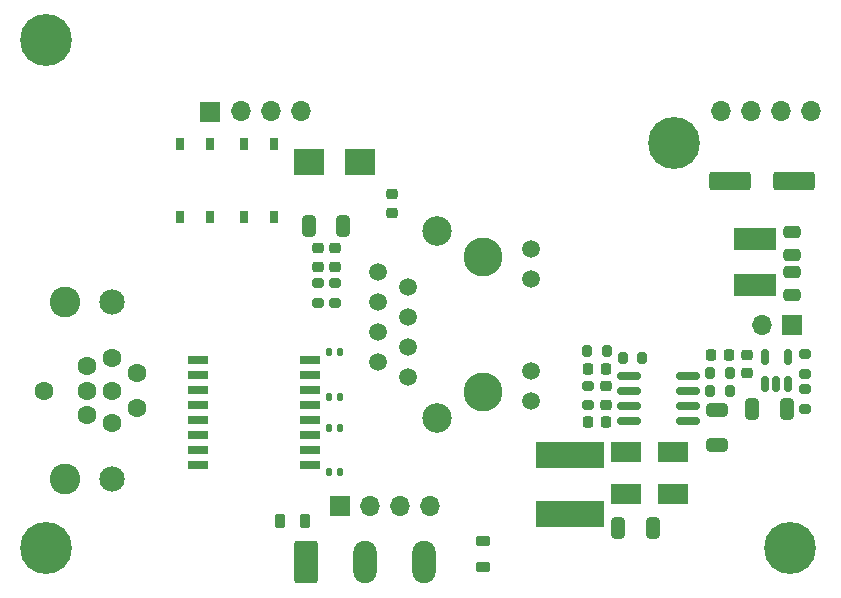
<source format=gts>
%TF.GenerationSoftware,KiCad,Pcbnew,(6.0.8-1)-1*%
%TF.CreationDate,2022-11-24T03:29:18+08:00*%
%TF.ProjectId,CCTV3_POE_REV100,43435456-335f-4504-9f45-5f5245563130,100*%
%TF.SameCoordinates,Original*%
%TF.FileFunction,Soldermask,Top*%
%TF.FilePolarity,Negative*%
%FSLAX46Y46*%
G04 Gerber Fmt 4.6, Leading zero omitted, Abs format (unit mm)*
G04 Created by KiCad (PCBNEW (6.0.8-1)-1) date 2022-11-24 03:29:18*
%MOMM*%
%LPD*%
G01*
G04 APERTURE LIST*
G04 Aperture macros list*
%AMRoundRect*
0 Rectangle with rounded corners*
0 $1 Rounding radius*
0 $2 $3 $4 $5 $6 $7 $8 $9 X,Y pos of 4 corners*
0 Add a 4 corners polygon primitive as box body*
4,1,4,$2,$3,$4,$5,$6,$7,$8,$9,$2,$3,0*
0 Add four circle primitives for the rounded corners*
1,1,$1+$1,$2,$3*
1,1,$1+$1,$4,$5*
1,1,$1+$1,$6,$7*
1,1,$1+$1,$8,$9*
0 Add four rect primitives between the rounded corners*
20,1,$1+$1,$2,$3,$4,$5,0*
20,1,$1+$1,$4,$5,$6,$7,0*
20,1,$1+$1,$6,$7,$8,$9,0*
20,1,$1+$1,$8,$9,$2,$3,0*%
G04 Aperture macros list end*
%ADD10RoundRect,0.225000X0.250000X-0.225000X0.250000X0.225000X-0.250000X0.225000X-0.250000X-0.225000X0*%
%ADD11RoundRect,0.150000X0.150000X-0.512500X0.150000X0.512500X-0.150000X0.512500X-0.150000X-0.512500X0*%
%ADD12RoundRect,0.250000X-1.500000X-0.550000X1.500000X-0.550000X1.500000X0.550000X-1.500000X0.550000X0*%
%ADD13RoundRect,0.200000X0.275000X-0.200000X0.275000X0.200000X-0.275000X0.200000X-0.275000X-0.200000X0*%
%ADD14RoundRect,0.140000X-0.140000X-0.170000X0.140000X-0.170000X0.140000X0.170000X-0.140000X0.170000X0*%
%ADD15RoundRect,0.250000X-0.650000X0.325000X-0.650000X-0.325000X0.650000X-0.325000X0.650000X0.325000X0*%
%ADD16RoundRect,0.150000X0.825000X0.150000X-0.825000X0.150000X-0.825000X-0.150000X0.825000X-0.150000X0*%
%ADD17RoundRect,0.200000X-0.275000X0.200000X-0.275000X-0.200000X0.275000X-0.200000X0.275000X0.200000X0*%
%ADD18RoundRect,0.225000X0.225000X0.250000X-0.225000X0.250000X-0.225000X-0.250000X0.225000X-0.250000X0*%
%ADD19RoundRect,0.218750X0.381250X-0.218750X0.381250X0.218750X-0.381250X0.218750X-0.381250X-0.218750X0*%
%ADD20RoundRect,0.200000X-0.200000X-0.275000X0.200000X-0.275000X0.200000X0.275000X-0.200000X0.275000X0*%
%ADD21RoundRect,0.200000X0.200000X0.275000X-0.200000X0.275000X-0.200000X-0.275000X0.200000X-0.275000X0*%
%ADD22RoundRect,0.218750X0.256250X-0.218750X0.256250X0.218750X-0.256250X0.218750X-0.256250X-0.218750X0*%
%ADD23C,4.400000*%
%ADD24R,2.500000X1.800000*%
%ADD25R,0.800000X1.000000*%
%ADD26RoundRect,0.225000X-0.250000X0.225000X-0.250000X-0.225000X0.250000X-0.225000X0.250000X0.225000X0*%
%ADD27R,1.700000X1.700000*%
%ADD28O,1.700000X1.700000*%
%ADD29C,3.300000*%
%ADD30C,1.520000*%
%ADD31C,2.500000*%
%ADD32R,3.520000X1.870000*%
%ADD33RoundRect,0.250000X0.325000X0.650000X-0.325000X0.650000X-0.325000X-0.650000X0.325000X-0.650000X0*%
%ADD34C,2.600000*%
%ADD35C,2.150000*%
%ADD36C,1.600000*%
%ADD37RoundRect,0.250000X-0.325000X-0.650000X0.325000X-0.650000X0.325000X0.650000X-0.325000X0.650000X0*%
%ADD38RoundRect,0.218750X0.218750X0.381250X-0.218750X0.381250X-0.218750X-0.381250X0.218750X-0.381250X0*%
%ADD39R,2.500000X2.300000*%
%ADD40RoundRect,0.250000X-0.475000X0.250000X-0.475000X-0.250000X0.475000X-0.250000X0.475000X0.250000X0*%
%ADD41R,1.800000X0.640000*%
%ADD42RoundRect,0.250000X0.475000X-0.250000X0.475000X0.250000X-0.475000X0.250000X-0.475000X-0.250000X0*%
%ADD43R,5.720000X2.200000*%
%ADD44RoundRect,0.250000X-0.750000X-1.550000X0.750000X-1.550000X0.750000X1.550000X-0.750000X1.550000X0*%
%ADD45O,2.000000X3.600000*%
G04 APERTURE END LIST*
D10*
X46500000Y-42675000D03*
X46500000Y-41125000D03*
D11*
X84380000Y-52637500D03*
X85330000Y-52637500D03*
X86280000Y-52637500D03*
X86280000Y-50362500D03*
X84380000Y-50362500D03*
D12*
X81430000Y-35400000D03*
X86830000Y-35400000D03*
D13*
X48000000Y-45725000D03*
X48000000Y-44075000D03*
D14*
X47420000Y-56300000D03*
X48380000Y-56300000D03*
D15*
X80270000Y-54785000D03*
X80270000Y-57735000D03*
D16*
X77845000Y-55785000D03*
X77845000Y-54515000D03*
X77845000Y-53245000D03*
X77845000Y-51975000D03*
X72895000Y-51975000D03*
X72895000Y-53245000D03*
X72895000Y-54515000D03*
X72895000Y-55785000D03*
D17*
X87760000Y-50105000D03*
X87760000Y-51755000D03*
D18*
X81345000Y-50180000D03*
X79795000Y-50180000D03*
D19*
X60500000Y-68062500D03*
X60500000Y-65937500D03*
D20*
X69305000Y-49820000D03*
X70955000Y-49820000D03*
D14*
X47420000Y-60100000D03*
X48380000Y-60100000D03*
D21*
X81395000Y-53180000D03*
X79745000Y-53180000D03*
D18*
X70905000Y-55850000D03*
X69355000Y-55850000D03*
D22*
X52800000Y-38100000D03*
X52800000Y-36525000D03*
D23*
X23500000Y-66500000D03*
X76700000Y-32200000D03*
D24*
X72620000Y-58380000D03*
X76620000Y-58380000D03*
D25*
X34830000Y-38475000D03*
X37370000Y-38475000D03*
X37370000Y-32325000D03*
X34830000Y-32325000D03*
D26*
X82850000Y-50145000D03*
X82850000Y-51695000D03*
D23*
X23500000Y-23500000D03*
D20*
X72325000Y-50400000D03*
X73975000Y-50400000D03*
D27*
X48400000Y-62900000D03*
D28*
X50940000Y-62900000D03*
X53480000Y-62900000D03*
X56020000Y-62900000D03*
D29*
X60490000Y-41880000D03*
X60490000Y-53310000D03*
D30*
X54140000Y-52040000D03*
X51600000Y-50770000D03*
X54140000Y-49500000D03*
X51600000Y-48230000D03*
X54140000Y-46970000D03*
X51600000Y-45690000D03*
X54140000Y-44420000D03*
X51600000Y-43150000D03*
X64600000Y-54010000D03*
X64600000Y-51470000D03*
X64600000Y-43730000D03*
X64600000Y-41190000D03*
D31*
X56640000Y-55510000D03*
X56640000Y-39690000D03*
D18*
X70905000Y-51330000D03*
X69355000Y-51330000D03*
D32*
X83500000Y-40370000D03*
X83500000Y-44230000D03*
D33*
X48675000Y-39200000D03*
X45725000Y-39200000D03*
D34*
X25110250Y-45662500D03*
X25110250Y-60662500D03*
D35*
X29110250Y-45662500D03*
X29110250Y-60662500D03*
D36*
X31210250Y-51662500D03*
X31210250Y-54662500D03*
X29110250Y-55887500D03*
X27010250Y-55237500D03*
X27010250Y-53162500D03*
X27010250Y-51087500D03*
X29110250Y-50437500D03*
X29110250Y-53162500D03*
X23290250Y-53162500D03*
D27*
X86685000Y-47600000D03*
D28*
X84145000Y-47600000D03*
D37*
X83255000Y-54730000D03*
X86205000Y-54730000D03*
D38*
X45462500Y-64250000D03*
X43337500Y-64250000D03*
D39*
X45750000Y-33800000D03*
X50050000Y-33800000D03*
D10*
X47990000Y-42675000D03*
X47990000Y-41125000D03*
D40*
X86700000Y-39750000D03*
X86700000Y-41650000D03*
D14*
X47420000Y-53700000D03*
X48380000Y-53700000D03*
D17*
X69380000Y-52765000D03*
X69380000Y-54415000D03*
D14*
X47420000Y-49900000D03*
X48380000Y-49900000D03*
D41*
X36390000Y-50560000D03*
X36390000Y-51820000D03*
X36390000Y-53090000D03*
X36390000Y-54370000D03*
X36390000Y-55630000D03*
X36390000Y-56910000D03*
X36390000Y-58170000D03*
X36390000Y-59440000D03*
X45810000Y-59440000D03*
X45810000Y-58170000D03*
X45810000Y-56910000D03*
X45810000Y-55630000D03*
X45810000Y-54370000D03*
X45810000Y-53090000D03*
X45810000Y-51820000D03*
X45810000Y-50560000D03*
D13*
X46500000Y-45725000D03*
X46500000Y-44075000D03*
D17*
X87760000Y-53065000D03*
X87760000Y-54715000D03*
D25*
X40230000Y-38475000D03*
X42770000Y-38475000D03*
X42770000Y-32325000D03*
X40230000Y-32325000D03*
D27*
X37350000Y-29545000D03*
D28*
X39980000Y-29535000D03*
X42520000Y-29535000D03*
X45060000Y-29535000D03*
X80620000Y-29535000D03*
X83160000Y-29535000D03*
X85700000Y-29535000D03*
X88240000Y-29535000D03*
D42*
X86700000Y-45050000D03*
X86700000Y-43150000D03*
D20*
X79745000Y-51680000D03*
X81395000Y-51680000D03*
D24*
X72620000Y-61900000D03*
X76620000Y-61900000D03*
D37*
X71945000Y-64800000D03*
X74895000Y-64800000D03*
D23*
X86500000Y-66500000D03*
D43*
X67830000Y-58580000D03*
X67830000Y-63580000D03*
D26*
X70880000Y-52815000D03*
X70880000Y-54365000D03*
D44*
X45500000Y-67722500D03*
D45*
X50500000Y-67722500D03*
X55500000Y-67722500D03*
M02*

</source>
